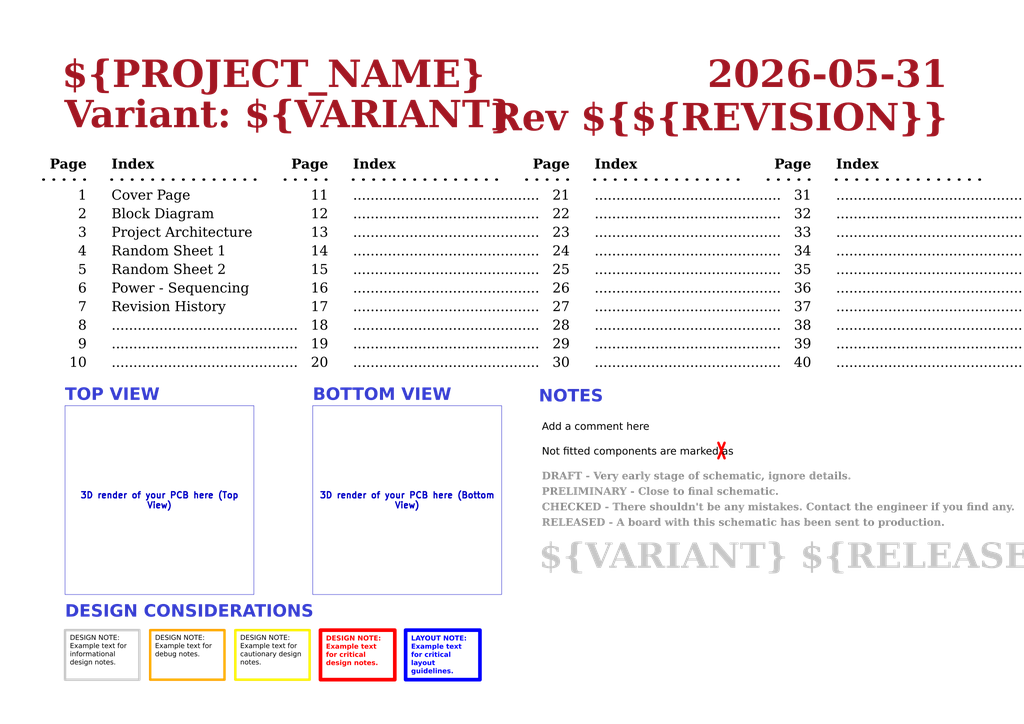
<source format=kicad_sch>
(kicad_sch
	(version 20250114)
	(generator "eeschema")
	(generator_version "9.0")
	(uuid "0650c7a8-acba-429c-9f8e-eec0baf0bc1c")
	(paper "A3")
	(title_block
		(title "Cover Page")
		(date "Last Modified Date")
		(rev "${REVISION}")
		(company "${COMPANY}")
	)
	(lib_symbols)
	(text "9"
		(exclude_from_sim no)
		(at 35.56 144.78 0)
		(effects
			(font
				(face "Times New Roman")
				(size 4 4)
				(color 0 0 0 1)
			)
			(justify right bottom)
			(href "#9")
		)
		(uuid "0171ecc8-df6f-418e-95ea-db73cf975716")
	)
	(text "BOTTOM VIEW"
		(exclude_from_sim no)
		(at 128.27 166.37 0)
		(effects
			(font
				(face "Arial")
				(size 5 5)
				(bold yes)
				(color 53 60 207 1)
			)
			(justify left bottom)
		)
		(uuid "041ff709-0f5e-466e-adab-d03afffd90b7")
	)
	(text "..........................................."
		(exclude_from_sim no)
		(at 243.84 99.06 0)
		(effects
			(font
				(face "Times New Roman")
				(size 4 4)
				(color 0 0 0 1)
			)
			(justify left bottom)
			(href "#23")
		)
		(uuid "0647f622-b644-4538-802a-42edf8cdccc5")
	)
	(text "13"
		(exclude_from_sim no)
		(at 134.62 99.06 0)
		(effects
			(font
				(face "Times New Roman")
				(size 4 4)
				(color 0 0 0 1)
			)
			(justify right bottom)
			(href "#13")
		)
		(uuid "09a9f005-609a-4854-9ba5-f5a5e7b8d7c7")
	)
	(text "RELEASED - A board with this schematic has been sent to production."
		(exclude_from_sim no)
		(at 222.25 217.17 0)
		(effects
			(font
				(face "Times New Roman")
				(size 3 3)
				(thickness 0.6)
				(bold yes)
				(color 140 140 140 1)
			)
			(justify left bottom)
		)
		(uuid "10cbc67f-d688-44d7-9e2b-bee41b99ad5c")
	)
	(text "Page"
		(exclude_from_sim no)
		(at 332.74 71.12 0)
		(effects
			(font
				(face "Times New Roman")
				(size 4 4)
				(bold yes)
				(color 0 0 0 1)
			)
			(justify right bottom)
		)
		(uuid "1b60c0cc-bf04-4615-8796-1ecc890b346a")
	)
	(text "TOP VIEW"
		(exclude_from_sim no)
		(at 26.67 166.37 0)
		(effects
			(font
				(face "Arial")
				(size 5 5)
				(bold yes)
				(color 53 60 207 1)
			)
			(justify left bottom)
		)
		(uuid "1c033b5c-f50d-4e0f-94c4-59e72fb244de")
	)
	(text "3"
		(exclude_from_sim no)
		(at 35.56 99.06 0)
		(effects
			(font
				(face "Times New Roman")
				(size 4 4)
				(color 0 0 0 1)
			)
			(justify right bottom)
			(href "#3")
		)
		(uuid "1dd16a1b-b3b8-42a1-b678-3a7b261e7284")
	)
	(text "38"
		(exclude_from_sim no)
		(at 332.74 137.16 0)
		(effects
			(font
				(face "Times New Roman")
				(size 4 4)
				(color 0 0 0 1)
			)
			(justify right bottom)
			(href "#38")
		)
		(uuid "2d20025d-61e4-451d-b51e-153fedc44d68")
	)
	(text "..........................................."
		(exclude_from_sim no)
		(at 45.72 152.4 0)
		(effects
			(font
				(face "Times New Roman")
				(size 4 4)
				(color 0 0 0 1)
			)
			(justify left bottom)
			(href "#10")
		)
		(uuid "2df49b6e-980f-4a01-ab23-c61ed27bd1b8")
	)
	(text "..........................................."
		(exclude_from_sim no)
		(at 45.72 144.78 0)
		(effects
			(font
				(face "Times New Roman")
				(size 4 4)
				(color 0 0 0 1)
			)
			(justify left bottom)
			(href "#9")
		)
		(uuid "319dfe95-cf7d-4b95-aa65-2f948d7bd6bc")
	)
	(text "..........................................."
		(exclude_from_sim no)
		(at 45.72 137.16 0)
		(effects
			(font
				(face "Times New Roman")
				(size 4 4)
				(color 0 0 0 1)
			)
			(justify left bottom)
			(href "#8")
		)
		(uuid "339f13bd-0896-43a1-925e-733e36e395bd")
	)
	(text "..........................................."
		(exclude_from_sim no)
		(at 144.78 121.92 0)
		(effects
			(font
				(face "Times New Roman")
				(size 4 4)
				(color 0 0 0 1)
			)
			(justify left bottom)
			(href "#16")
		)
		(uuid "34c28277-d6a5-4104-8740-b78485a8ff4c")
	)
	(text "1"
		(exclude_from_sim no)
		(at 35.56 83.82 0)
		(effects
			(font
				(face "Times New Roman")
				(size 4 4)
				(color 0 0 0 1)
			)
			(justify right bottom)
			(href "#1")
		)
		(uuid "3691ab49-6c05-4886-869a-12221f52fdee")
	)
	(text "Not fitted components are marked as"
		(exclude_from_sim no)
		(at 222.25 187.96 0)
		(effects
			(font
				(face "Arial")
				(size 3 3)
				(color 0 0 0 1)
			)
			(justify left bottom)
		)
		(uuid "3e121d9b-11e9-4895-9779-ade93d5b2a88")
	)
	(text "..........................................."
		(exclude_from_sim no)
		(at 243.84 152.4 0)
		(effects
			(font
				(face "Times New Roman")
				(size 4 4)
				(color 0 0 0 1)
			)
			(justify left bottom)
			(href "#30")
		)
		(uuid "41bb0f90-1135-4d50-9d44-9fb04444ecf6")
	)
	(text "Index"
		(exclude_from_sim no)
		(at 45.72 71.12 0)
		(effects
			(font
				(face "Times New Roman")
				(size 4 4)
				(bold yes)
				(color 0 0 0 1)
			)
			(justify left bottom)
		)
		(uuid "44841f0e-187c-41b9-a570-9f74973319c9")
	)
	(text "..........................................."
		(exclude_from_sim no)
		(at 144.78 99.06 0)
		(effects
			(font
				(face "Times New Roman")
				(size 4 4)
				(color 0 0 0 1)
			)
			(justify left bottom)
			(href "#13")
		)
		(uuid "461ef4aa-5f24-4935-a427-92bbc78a05f3")
	)
	(text "Variant: ${VARIANT} "
		(exclude_from_sim no)
		(at 26.416 57.15 0)
		(effects
			(font
				(face "Times New Roman")
				(size 11 11)
				(thickness 1)
				(bold yes)
				(color 162 22 34 1)
			)
			(justify left bottom)
		)
		(uuid "46a0c335-df60-4601-9d82-6b94b0f46e74")
	)
	(text "Index"
		(exclude_from_sim no)
		(at 144.78 71.12 0)
		(effects
			(font
				(face "Times New Roman")
				(size 4 4)
				(bold yes)
				(color 0 0 0 1)
			)
			(justify left bottom)
		)
		(uuid "4773b195-e777-483d-bd5a-5b18be14b485")
	)
	(text "27"
		(exclude_from_sim no)
		(at 233.68 129.54 0)
		(effects
			(font
				(face "Times New Roman")
				(size 4 4)
				(color 0 0 0 1)
			)
			(justify right bottom)
			(href "#27")
		)
		(uuid "47e5ef3a-a936-4417-8e04-a70df1a04676")
	)
	(text "15"
		(exclude_from_sim no)
		(at 134.62 114.3 0)
		(effects
			(font
				(face "Times New Roman")
				(size 4 4)
				(color 0 0 0 1)
			)
			(justify right bottom)
			(href "#15")
		)
		(uuid "48cae9b2-9935-4ee2-a962-685c04325434")
	)
	(text "6"
		(exclude_from_sim no)
		(at 35.56 121.92 0)
		(effects
			(font
				(face "Times New Roman")
				(size 4 4)
				(color 0 0 0 1)
			)
			(justify right bottom)
			(href "#6")
		)
		(uuid "4aa9b67c-c657-48d1-abb0-497faf20008a")
	)
	(text "PRELIMINARY - Close to final schematic."
		(exclude_from_sim no)
		(at 222.25 204.47 0)
		(effects
			(font
				(face "Times New Roman")
				(size 3 3)
				(thickness 0.6)
				(bold yes)
				(color 140 140 140 1)
			)
			(justify left bottom)
		)
		(uuid "4b75d6be-e2b4-4862-a5fd-f3239bff6734")
	)
	(text "24"
		(exclude_from_sim no)
		(at 233.68 106.68 0)
		(effects
			(font
				(face "Times New Roman")
				(size 4 4)
				(color 0 0 0 1)
			)
			(justify right bottom)
			(href "#24")
		)
		(uuid "4d10b8f7-ee9d-4539-987e-2871a213b2d6")
	)
	(text "${VARIANT} ${RELEASE_DATE}"
		(exclude_from_sim no)
		(at 220.98 237.49 0)
		(effects
			(font
				(face "Times New Roman")
				(size 10.16 10.16)
				(thickness 0.6)
				(bold yes)
				(color 200 200 200 1)
			)
			(justify left bottom)
		)
		(uuid "4f144e11-d681-45f3-b92d-dea6c28023e4")
	)
	(text "Page"
		(exclude_from_sim no)
		(at 35.56 71.12 0)
		(effects
			(font
				(face "Times New Roman")
				(size 4 4)
				(bold yes)
				(color 0 0 0 1)
			)
			(justify right bottom)
		)
		(uuid "5216de6a-28ab-4e49-a422-9fd32d8fed67")
	)
	(text "Random Sheet 1"
		(exclude_from_sim no)
		(at 45.72 106.68 0)
		(effects
			(font
				(face "Times New Roman")
				(size 4 4)
				(color 0 0 0 1)
			)
			(justify left bottom)
			(href "#4")
		)
		(uuid "547bb3ec-bec4-4b68-a38e-2ac56be29bd3")
	)
	(text "..........................................."
		(exclude_from_sim no)
		(at 243.84 129.54 0)
		(effects
			(font
				(face "Times New Roman")
				(size 4 4)
				(color 0 0 0 1)
			)
			(justify left bottom)
			(href "#27")
		)
		(uuid "598c6218-39d7-40a8-878a-842531c6a754")
	)
	(text "8"
		(exclude_from_sim no)
		(at 35.56 137.16 0)
		(effects
			(font
				(face "Times New Roman")
				(size 4 4)
				(color 0 0 0 1)
			)
			(justify right bottom)
			(href "#8")
		)
		(uuid "5dd35c87-2aeb-4c16-ab79-fbda71c4347a")
	)
	(text "14"
		(exclude_from_sim no)
		(at 134.62 106.68 0)
		(effects
			(font
				(face "Times New Roman")
				(size 4 4)
				(color 0 0 0 1)
			)
			(justify right bottom)
			(href "#14")
		)
		(uuid "5e529423-56be-4ad0-9794-38b960fa0634")
	)
	(text "..........................................."
		(exclude_from_sim no)
		(at 342.9 137.16 0)
		(effects
			(font
				(face "Times New Roman")
				(size 4 4)
				(color 0 0 0 1)
			)
			(justify left bottom)
			(href "#38")
		)
		(uuid "5ec61f31-3c66-4623-97e5-d26d3b9bb1be")
	)
	(text "..........................................."
		(exclude_from_sim no)
		(at 342.9 152.4 0)
		(effects
			(font
				(face "Times New Roman")
				(size 4 4)
				(color 0 0 0 1)
			)
			(justify left bottom)
			(href "#40")
		)
		(uuid "65f25bf1-cc7d-4807-9afa-0a0ac612f9b3")
	)
	(text "23"
		(exclude_from_sim no)
		(at 233.68 99.06 0)
		(effects
			(font
				(face "Times New Roman")
				(size 4 4)
				(color 0 0 0 1)
			)
			(justify right bottom)
			(href "#23")
		)
		(uuid "68aaa364-f788-45fb-b731-7b1eda7a6c6c")
	)
	(text "Index"
		(exclude_from_sim no)
		(at 243.84 71.12 0)
		(effects
			(font
				(face "Times New Roman")
				(size 4 4)
				(bold yes)
				(color 0 0 0 1)
			)
			(justify left bottom)
		)
		(uuid "6eee427d-5608-4f64-99d8-6d8e4391a6b0")
	)
	(text "..........................................."
		(exclude_from_sim no)
		(at 342.9 91.44 0)
		(effects
			(font
				(face "Times New Roman")
				(size 4 4)
				(color 0 0 0 1)
			)
			(justify left bottom)
			(href "#32")
		)
		(uuid "71058a62-023a-4e0a-b0c4-c0fb8bf95cc8")
	)
	(text "5"
		(exclude_from_sim no)
		(at 35.56 114.3 0)
		(effects
			(font
				(face "Times New Roman")
				(size 4 4)
				(color 0 0 0 1)
			)
			(justify right bottom)
			(href "#5")
		)
		(uuid "718e4830-a352-43f0-b9c5-1495032b5970")
	)
	(text "${CURRENT_DATE}"
		(exclude_from_sim no)
		(at 388.62 40.64 0)
		(effects
			(font
				(face "Times New Roman")
				(size 11 11)
				(thickness 1)
				(bold yes)
				(color 162 22 34 1)
			)
			(justify right bottom)
		)
		(uuid "752b8016-2b6c-433a-9e5a-755eac1f800d")
	)
	(text "26"
		(exclude_from_sim no)
		(at 233.68 121.92 0)
		(effects
			(font
				(face "Times New Roman")
				(size 4 4)
				(color 0 0 0 1)
			)
			(justify right bottom)
			(href "#26")
		)
		(uuid "78da4ba2-8c96-4e51-9a03-b14367dceea0")
	)
	(text "16"
		(exclude_from_sim no)
		(at 134.62 121.92 0)
		(effects
			(font
				(face "Times New Roman")
				(size 4 4)
				(color 0 0 0 1)
			)
			(justify right bottom)
			(href "#16")
		)
		(uuid "7a577aea-9c53-4431-8f38-6cd521e907d0")
	)
	(text "10"
		(exclude_from_sim no)
		(at 35.56 152.4 0)
		(effects
			(font
				(face "Times New Roman")
				(size 4 4)
				(color 0 0 0 1)
			)
			(justify right bottom)
			(href "#10")
		)
		(uuid "7caa34f0-df91-4ed4-bb8e-ff81315f8c93")
	)
	(text "35"
		(exclude_from_sim no)
		(at 332.74 114.3 0)
		(effects
			(font
				(face "Times New Roman")
				(size 4 4)
				(color 0 0 0 1)
			)
			(justify right bottom)
			(href "#35")
		)
		(uuid "7d4a16f6-fc91-424a-bffd-707dc25afa40")
	)
	(text "18"
		(exclude_from_sim no)
		(at 134.62 137.16 0)
		(effects
			(font
				(face "Times New Roman")
				(size 4 4)
				(color 0 0 0 1)
			)
			(justify right bottom)
			(href "#18")
		)
		(uuid "7d4de17d-b484-45d2-95af-1050fc297950")
	)
	(text "33"
		(exclude_from_sim no)
		(at 332.74 99.06 0)
		(effects
			(font
				(face "Times New Roman")
				(size 4 4)
				(color 0 0 0 1)
			)
			(justify right bottom)
			(href "#33")
		)
		(uuid "7fd97343-03c5-4f22-a59e-bc2d9fd9af23")
	)
	(text "4"
		(exclude_from_sim no)
		(at 35.56 106.68 0)
		(effects
			(font
				(face "Times New Roman")
				(size 4 4)
				(color 0 0 0 1)
			)
			(justify right bottom)
			(href "#4")
		)
		(uuid "8d802a1e-8c90-4592-9cec-00ce1173b8bd")
	)
	(text "11"
		(exclude_from_sim no)
		(at 134.62 83.82 0)
		(effects
			(font
				(face "Times New Roman")
				(size 4 4)
				(color 0 0 0 1)
			)
			(justify right bottom)
			(href "#11")
		)
		(uuid "8d827c06-285c-46bc-8024-d46f4098d9e5")
	)
	(text "Rev ${REVISION}"
		(exclude_from_sim no)
		(at 388.62 58.42 0)
		(effects
			(font
				(face "Times New Roman")
				(size 11 11)
				(thickness 1)
				(bold yes)
				(color 162 22 34 1)
			)
			(justify right bottom)
		)
		(uuid "9008c96f-82fa-4b3f-88a3-9ae35f59090b")
	)
	(text "..........................................."
		(exclude_from_sim no)
		(at 243.84 106.68 0)
		(effects
			(font
				(face "Times New Roman")
				(size 4 4)
				(color 0 0 0 1)
			)
			(justify left bottom)
			(href "#24")
		)
		(uuid "91ef4a1a-faaf-4d16-b090-6e6451092c3a")
	)
	(text "28"
		(exclude_from_sim no)
		(at 233.68 137.16 0)
		(effects
			(font
				(face "Times New Roman")
				(size 4 4)
				(color 0 0 0 1)
			)
			(justify right bottom)
			(href "#28")
		)
		(uuid "9310b062-10e2-49af-a22c-1c9854a7f3f0")
	)
	(text "..........................................."
		(exclude_from_sim no)
		(at 243.84 144.78 0)
		(effects
			(font
				(face "Times New Roman")
				(size 4 4)
				(color 0 0 0 1)
			)
			(justify left bottom)
			(href "#29")
		)
		(uuid "93713c73-3aba-4b0b-9f3c-b37ab3721f94")
	)
	(text "..........................................."
		(exclude_from_sim no)
		(at 243.84 91.44 0)
		(effects
			(font
				(face "Times New Roman")
				(size 4 4)
				(color 0 0 0 1)
			)
			(justify left bottom)
			(href "#22")
		)
		(uuid "93b242cb-0b6a-48cc-a920-659ba5a2d4b9")
	)
	(text "..........................................."
		(exclude_from_sim no)
		(at 342.9 144.78 0)
		(effects
			(font
				(face "Times New Roman")
				(size 4 4)
				(color 0 0 0 1)
			)
			(justify left bottom)
			(href "#39")
		)
		(uuid "9413d17b-fd74-4a56-8014-ec2904184d8a")
	)
	(text "Random Sheet 2"
		(exclude_from_sim no)
		(at 45.72 114.3 0)
		(effects
			(font
				(face "Times New Roman")
				(size 4 4)
				(color 0 0 0 1)
			)
			(justify left bottom)
			(href "#5")
		)
		(uuid "9413d28a-c2b4-4d73-ae2d-68b4717d1b67")
	)
	(text "Page"
		(exclude_from_sim no)
		(at 233.68 71.12 0)
		(effects
			(font
				(face "Times New Roman")
				(size 4 4)
				(bold yes)
				(color 0 0 0 1)
			)
			(justify right bottom)
		)
		(uuid "959ea2a5-595d-4c64-a44e-f0c1c6497852")
	)
	(text "..........................................."
		(exclude_from_sim no)
		(at 144.78 144.78 0)
		(effects
			(font
				(face "Times New Roman")
				(size 4 4)
				(color 0 0 0 1)
			)
			(justify left bottom)
			(href "#19")
		)
		(uuid "9d747571-2a3a-41dd-b7ab-0c07afaa5df1")
	)
	(text "..........................................."
		(exclude_from_sim no)
		(at 144.78 83.82 0)
		(effects
			(font
				(face "Times New Roman")
				(size 4 4)
				(color 0 0 0 1)
			)
			(justify left bottom)
			(href "#11")
		)
		(uuid "9e3e9ac8-468f-4f09-9650-682992859fd0")
	)
	(text "..........................................."
		(exclude_from_sim no)
		(at 144.78 129.54 0)
		(effects
			(font
				(face "Times New Roman")
				(size 4 4)
				(color 0 0 0 1)
			)
			(justify left bottom)
			(href "#17")
		)
		(uuid "a2bb1bed-8e4e-4038-8b4e-99f9457f4c30")
	)
	(text "31"
		(exclude_from_sim no)
		(at 332.74 83.82 0)
		(effects
			(font
				(face "Times New Roman")
				(size 4 4)
				(color 0 0 0 1)
			)
			(justify right bottom)
			(href "#31")
		)
		(uuid "a8eb70a2-f43e-480c-afdf-7e91507527a7")
	)
	(text "36"
		(exclude_from_sim no)
		(at 332.74 121.92 0)
		(effects
			(font
				(face "Times New Roman")
				(size 4 4)
				(color 0 0 0 1)
			)
			(justify right bottom)
			(href "#36")
		)
		(uuid "a95a57c3-0ec4-4b96-8edf-d46ee18a4a8e")
	)
	(text "..........................................."
		(exclude_from_sim no)
		(at 243.84 137.16 0)
		(effects
			(font
				(face "Times New Roman")
				(size 4 4)
				(color 0 0 0 1)
			)
			(justify left bottom)
			(href "#28")
		)
		(uuid "ad40278e-f3e6-4c25-8fa4-1f4e3918f822")
	)
	(text "22"
		(exclude_from_sim no)
		(at 233.68 91.44 0)
		(effects
			(font
				(face "Times New Roman")
				(size 4 4)
				(color 0 0 0 1)
			)
			(justify right bottom)
			(href "#22")
		)
		(uuid "ada746a9-1ac8-4ba5-b1f0-e040d6c0fa14")
	)
	(text "..........................................."
		(exclude_from_sim no)
		(at 144.78 114.3 0)
		(effects
			(font
				(face "Times New Roman")
				(size 4 4)
				(color 0 0 0 1)
			)
			(justify left bottom)
			(href "#15")
		)
		(uuid "ae6c0242-f9a8-4717-86dd-2d27e5dc9018")
	)
	(text "..........................................."
		(exclude_from_sim no)
		(at 342.9 83.82 0)
		(effects
			(font
				(face "Times New Roman")
				(size 4 4)
				(color 0 0 0 1)
			)
			(justify left bottom)
			(href "#31")
		)
		(uuid "b39085c9-1ebe-4dab-a6c1-54ab08707fbf")
	)
	(text "25"
		(exclude_from_sim no)
		(at 233.68 114.3 0)
		(effects
			(font
				(face "Times New Roman")
				(size 4 4)
				(color 0 0 0 1)
			)
			(justify right bottom)
			(href "#25")
		)
		(uuid "b3f10ccd-dd30-4e1a-9a39-191e590211cc")
	)
	(text "${PROJECT_NAME}"
		(exclude_from_sim no)
		(at 25.4 40.64 0)
		(effects
			(font
				(face "Times New Roman")
				(size 11 11)
				(thickness 1)
				(bold yes)
				(color 162 22 34 1)
			)
			(justify left bottom)
		)
		(uuid "b5491481-138f-4748-8f60-dc51e3284b98")
	)
	(text "..........................................."
		(exclude_from_sim no)
		(at 243.84 121.92 0)
		(effects
			(font
				(face "Times New Roman")
				(size 4 4)
				(color 0 0 0 1)
			)
			(justify left bottom)
			(href "#26")
		)
		(uuid "b55022f1-bde3-45d1-ab63-474a18aef763")
	)
	(text "..........................................."
		(exclude_from_sim no)
		(at 342.9 106.68 0)
		(effects
			(font
				(face "Times New Roman")
				(size 4 4)
				(color 0 0 0 1)
			)
			(justify left bottom)
			(href "#34")
		)
		(uuid "b5c8bc07-6a7e-4ec3-955b-9e6a13622c4e")
	)
	(text "37"
		(exclude_from_sim no)
		(at 332.74 129.54 0)
		(effects
			(font
				(face "Times New Roman")
				(size 4 4)
				(color 0 0 0 1)
			)
			(justify right bottom)
			(href "#37")
		)
		(uuid "baff535e-40df-4979-8ad1-9d6e8282e1a0")
	)
	(text "Page"
		(exclude_from_sim no)
		(at 134.62 71.12 0)
		(effects
			(font
				(face "Times New Roman")
				(size 4 4)
				(bold yes)
				(color 0 0 0 1)
			)
			(justify right bottom)
		)
		(uuid "beb5ee3d-ad62-4c0c-ab18-390f8e3c78c4")
	)
	(text "DRAFT - Very early stage of schematic, ignore details."
		(exclude_from_sim no)
		(at 222.25 198.12 0)
		(effects
			(font
				(face "Times New Roman")
				(size 3 3)
				(thickness 0.6)
				(bold yes)
				(color 140 140 140 1)
			)
			(justify left bottom)
		)
		(uuid "c1828499-d221-4dc2-9c7b-c9d850654d5e")
	)
	(text "..........................................."
		(exclude_from_sim no)
		(at 144.78 106.68 0)
		(effects
			(font
				(face "Times New Roman")
				(size 4 4)
				(color 0 0 0 1)
			)
			(justify left bottom)
			(href "#14")
		)
		(uuid "c492727f-a5a2-4efb-9f13-b55fb4c5125a")
	)
	(text "Index"
		(exclude_from_sim no)
		(at 342.9 71.12 0)
		(effects
			(font
				(face "Times New Roman")
				(size 4 4)
				(bold yes)
				(color 0 0 0 1)
			)
			(justify left bottom)
		)
		(uuid "c52bc9e5-2c42-41e6-ae08-fabef868928a")
	)
	(text "Power - Sequencing"
		(exclude_from_sim no)
		(at 45.72 121.92 0)
		(effects
			(font
				(face "Times New Roman")
				(size 4 4)
				(color 0 0 0 1)
			)
			(justify left bottom)
			(href "#6")
		)
		(uuid "c787ff5d-5d58-4a12-8967-dc99673505b9")
	)
	(text "..........................................."
		(exclude_from_sim no)
		(at 342.9 121.92 0)
		(effects
			(font
				(face "Times New Roman")
				(size 4 4)
				(color 0 0 0 1)
			)
			(justify left bottom)
			(href "#36")
		)
		(uuid "c8a13f8e-6347-4971-97e9-3bbacc8fb0b5")
	)
	(text "..........................................."
		(exclude_from_sim no)
		(at 342.9 114.3 0)
		(effects
			(font
				(face "Times New Roman")
				(size 4 4)
				(color 0 0 0 1)
			)
			(justify left bottom)
			(href "#35")
		)
		(uuid "c932f64b-e011-46ca-8efc-bb2f186e8b13")
	)
	(text "Block Diagram"
		(exclude_from_sim no)
		(at 45.72 91.44 0)
		(effects
			(font
				(face "Times New Roman")
				(size 4 4)
				(color 0 0 0 1)
			)
			(justify left bottom)
			(href "#2")
		)
		(uuid "caeb7f52-f34e-4432-b129-9207069a1ad5")
	)
	(text "19"
		(exclude_from_sim no)
		(at 134.62 144.78 0)
		(effects
			(font
				(face "Times New Roman")
				(size 4 4)
				(color 0 0 0 1)
			)
			(justify right bottom)
			(href "#19")
		)
		(uuid "cbf7eaea-8009-4ccd-9079-9d687b9a3603")
	)
	(text "30"
		(exclude_from_sim no)
		(at 233.68 152.4 0)
		(effects
			(font
				(face "Times New Roman")
				(size 4 4)
				(color 0 0 0 1)
			)
			(justify right bottom)
			(href "#30")
		)
		(uuid "cea38a57-40f7-465f-b054-ff626e3218d0")
	)
	(text "7"
		(exclude_from_sim no)
		(at 35.56 129.54 0)
		(effects
			(font
				(face "Times New Roman")
				(size 4 4)
				(color 0 0 0 1)
			)
			(justify right bottom)
			(href "#7")
		)
		(uuid "cf9779c0-4a62-4a6f-9127-07f6919e9e8d")
	)
	(text "..........................................."
		(exclude_from_sim no)
		(at 243.84 114.3 0)
		(effects
			(font
				(face "Times New Roman")
				(size 4 4)
				(color 0 0 0 1)
			)
			(justify left bottom)
			(href "#25")
		)
		(uuid "d06fb69a-43a5-466c-8174-3edde239a7c0")
	)
	(text "12"
		(exclude_from_sim no)
		(at 134.62 91.44 0)
		(effects
			(font
				(face "Times New Roman")
				(size 4 4)
				(color 0 0 0 1)
			)
			(justify right bottom)
			(href "#12")
		)
		(uuid "d450aa41-7115-44ab-9cc7-2fa118545b00")
	)
	(text "21"
		(exclude_from_sim no)
		(at 233.68 83.82 0)
		(effects
			(font
				(face "Times New Roman")
				(size 4 4)
				(color 0 0 0 1)
			)
			(justify right bottom)
			(href "#21")
		)
		(uuid "d7ac5948-93ba-4038-95c3-cb73c27df74a")
	)
	(text "Add a comment here"
		(exclude_from_sim no)
		(at 222.25 177.8 0)
		(effects
			(font
				(face "Arial")
				(size 3 3)
				(color 0 0 0 1)
			)
			(justify left bottom)
		)
		(uuid "d8d8425a-4141-4ddb-8e75-262db2d23ce8")
	)
	(text "2"
		(exclude_from_sim no)
		(at 35.56 91.44 0)
		(effects
			(font
				(face "Times New Roman")
				(size 4 4)
				(color 0 0 0 1)
			)
			(justify right bottom)
			(href "#2")
		)
		(uuid "dca5e168-6a76-4eb2-b335-e6c030ded824")
	)
	(text "39"
		(exclude_from_sim no)
		(at 332.74 144.78 0)
		(effects
			(font
				(face "Times New Roman")
				(size 4 4)
				(color 0 0 0 1)
			)
			(justify right bottom)
			(href "#39")
		)
		(uuid "e216870b-45fe-49b3-8e55-d9668eb9df44")
	)
	(text "..........................................."
		(exclude_from_sim no)
		(at 144.78 137.16 0)
		(effects
			(font
				(face "Times New Roman")
				(size 4 4)
				(color 0 0 0 1)
			)
			(justify left bottom)
			(href "#18")
		)
		(uuid "e518f3ad-92c7-4755-8883-22916bfc7d1f")
	)
	(text "..........................................."
		(exclude_from_sim no)
		(at 342.9 99.06 0)
		(effects
			(font
				(face "Times New Roman")
				(size 4 4)
				(color 0 0 0 1)
			)
			(justify left bottom)
			(href "#33")
		)
		(uuid "e5564811-ffd2-4bd9-9644-ff1dc80ebf87")
	)
	(text "..........................................."
		(exclude_from_sim no)
		(at 144.78 152.4 0)
		(effects
			(font
				(face "Times New Roman")
				(size 4 4)
				(color 0 0 0 1)
			)
			(justify left bottom)
			(href "#20")
		)
		(uuid "e58de9a8-7551-4002-91cc-eb758bb6876c")
	)
	(text "34"
		(exclude_from_sim no)
		(at 332.74 106.68 0)
		(effects
			(font
				(face "Times New Roman")
				(size 4 4)
				(color 0 0 0 1)
			)
			(justify right bottom)
			(href "#34")
		)
		(uuid "e60ef77b-a7db-4a46-901f-5793e4acc58b")
	)
	(text "29"
		(exclude_from_sim no)
		(at 233.68 144.78 0)
		(effects
			(font
				(face "Times New Roman")
				(size 4 4)
				(color 0 0 0 1)
			)
			(justify right bottom)
			(href "#29")
		)
		(uuid "e83f0c3e-ac1d-4432-a8de-ba5a2be8aa4a")
	)
	(text "Cover Page"
		(exclude_from_sim no)
		(at 45.72 83.82 0)
		(effects
			(font
				(face "Times New Roman")
				(size 4 4)
				(color 0 0 0 1)
			)
			(justify left bottom)
			(href "#1")
		)
		(uuid "e9964413-67ff-4f53-b58c-608277db6779")
	)
	(text "NOTES"
		(exclude_from_sim no)
		(at 220.98 167.005 0)
		(effects
			(font
				(face "Arial")
				(size 5 5)
				(bold yes)
				(color 53 60 207 1)
			)
			(justify left bottom)
		)
		(uuid "ecd14d51-7267-460d-9460-6bae137b0c37")
	)
	(text "..........................................."
		(exclude_from_sim no)
		(at 144.78 91.44 0)
		(effects
			(font
				(face "Times New Roman")
				(size 4 4)
				(color 0 0 0 1)
			)
			(justify left bottom)
			(href "#12")
		)
		(uuid "ecd5e3bc-c1c8-4595-a242-64b07df33fd4")
	)
	(text "Project Architecture"
		(exclude_from_sim no)
		(at 45.72 99.06 0)
		(effects
			(font
				(face "Times New Roman")
				(size 4 4)
				(color 0 0 0 1)
			)
			(justify left bottom)
			(href "#3")
		)
		(uuid "ed9f4e44-7881-47b3-83af-17eb3de0e161")
	)
	(text "CHECKED - There shouldn't be any mistakes. Contact the engineer if you find any."
		(exclude_from_sim no)
		(at 222.25 210.82 0)
		(effects
			(font
				(face "Times New Roman")
				(size 3 3)
				(thickness 0.6)
				(bold yes)
				(color 140 140 140 1)
			)
			(justify left bottom)
		)
		(uuid "ee4bfbd2-ceac-40c9-847b-b15b18b07c08")
	)
	(text "..........................................."
		(exclude_from_sim no)
		(at 243.84 83.82 0)
		(effects
			(font
				(face "Times New Roman")
				(size 4 4)
				(color 0 0 0 1)
			)
			(justify left bottom)
			(href "#21")
		)
		(uuid "f14c049f-0636-49aa-a70f-0262bf1a57bc")
	)
	(text "20"
		(exclude_from_sim no)
		(at 134.62 152.4 0)
		(effects
			(font
				(face "Times New Roman")
				(size 4 4)
				(color 0 0 0 1)
			)
			(justify right bottom)
			(href "#20")
		)
		(uuid "f17fa600-4ea0-4482-a965-d781b27fd052")
	)
	(text "32"
		(exclude_from_sim no)
		(at 332.74 91.44 0)
		(effects
			(font
				(face "Times New Roman")
				(size 4 4)
				(color 0 0 0 1)
			)
			(justify right bottom)
			(href "#32")
		)
		(uuid "f7f416e4-86a9-4d8f-ac0d-80443c165632")
	)
	(text "..........................................."
		(exclude_from_sim no)
		(at 342.9 129.54 0)
		(effects
			(font
				(face "Times New Roman")
				(size 4 4)
				(color 0 0 0 1)
			)
			(justify left bottom)
			(href "#37")
		)
		(uuid "f8fd86d8-ca92-4fd2-9536-487e6832d844")
	)
	(text "DESIGN CONSIDERATIONS"
		(exclude_from_sim no)
		(at 26.67 255.27 0)
		(effects
			(font
				(face "Arial")
				(size 5 5)
				(bold yes)
				(color 53 60 207 1)
			)
			(justify left bottom)
		)
		(uuid "fb09f930-25b6-4039-89ae-42d9d443b49d")
	)
	(text "40"
		(exclude_from_sim no)
		(at 332.74 152.4 0)
		(effects
			(font
				(face "Times New Roman")
				(size 4 4)
				(color 0 0 0 1)
			)
			(justify right bottom)
			(href "#40")
		)
		(uuid "fe1f4464-8466-41a3-95c1-bacdc38614fb")
	)
	(text "Revision History"
		(exclude_from_sim no)
		(at 45.72 129.54 0)
		(effects
			(font
				(face "Times New Roman")
				(size 4 4)
				(color 0 0 0 1)
			)
			(justify left bottom)
			(href "#7")
		)
		(uuid "ff95cd70-408a-4656-b808-dabd546affbd")
	)
	(text "17"
		(exclude_from_sim no)
		(at 134.62 129.54 0)
		(effects
			(font
				(face "Times New Roman")
				(size 4 4)
				(color 0 0 0 1)
			)
			(justify right bottom)
			(href "#17")
		)
		(uuid "ffcd9e5c-5c93-423a-9ccc-e0af67821852")
	)
	(text_box "3D render of your PCB here (Bottom View)"
		(exclude_from_sim no)
		(at 128.27 166.37 0)
		(size 77.47 77.47)
		(margins 1.905 1.905 1.905 1.905)
		(stroke
			(width 0)
			(type default)
		)
		(fill
			(type none)
		)
		(effects
			(font
				(size 2.54 2.54)
				(thickness 0.508)
				(bold yes)
			)
		)
		(uuid "0c38d11f-bb11-46db-a91c-ebc0b30e95f5")
	)
	(text_box "3D render of your PCB here (Top View)"
		(exclude_from_sim no)
		(at 26.67 166.37 0)
		(size 77.47 77.47)
		(margins 1.905 1.905 1.905 1.905)
		(stroke
			(width 0)
			(type default)
		)
		(fill
			(type none)
		)
		(effects
			(font
				(size 2.54 2.54)
				(thickness 0.508)
				(bold yes)
			)
		)
		(uuid "2d015f2a-bc39-4866-bbd9-40b03d497a26")
	)
	(text_box "Metadata can be set in File → Schematic Setup → Project → Text Variables"
		(exclude_from_sim no)
		(at 8.89 300.99 0)
		(size 119.38 6.35)
		(margins 1.9049 1.9049 1.9049 1.9049)
		(stroke
			(width -0.0001)
			(type default)
		)
		(fill
			(type none)
		)
		(effects
			(font
				(size 2.54 2.54)
				(thickness 0.381)
				(bold yes)
				(color 0 0 0 1)
			)
			(justify right top)
		)
		(uuid "4d4fc8f9-28d9-4b33-b78d-b00f0a2b33ca")
	)
	(text_box "DESIGN NOTE:\nExample text for informational design notes."
		(exclude_from_sim no)
		(at 26.67 258.445 0)
		(size 30.48 20.32)
		(margins 2 2 2 2)
		(stroke
			(width 1)
			(type solid)
			(color 200 200 200 1)
		)
		(fill
			(type none)
		)
		(effects
			(font
				(face "Arial")
				(size 2 2)
				(color 0 0 0 1)
			)
			(justify left top)
		)
		(uuid "60b6a08c-a542-468e-b79f-aa4a2aa0e9e7")
	)
	(text_box "LAYOUT NOTE:\nExample text for critical layout guidelines."
		(exclude_from_sim no)
		(at 166.37 258.445 0)
		(size 30.48 20.32)
		(margins 2.25 2.25 2.25 2.25)
		(stroke
			(width 1.5)
			(type solid)
			(color 0 0 255 1)
		)
		(fill
			(type none)
		)
		(effects
			(font
				(face "Arial")
				(size 2 2)
				(thickness 0.4)
				(bold yes)
				(color 0 0 255 1)
			)
			(justify left top)
		)
		(uuid "b2648603-9b19-4c01-9621-49d92c5b8a6e")
	)
	(text_box "DESIGN NOTE:\nExample text for cautionary design notes."
		(exclude_from_sim no)
		(at 96.52 258.445 0)
		(size 30.48 20.32)
		(margins 2 2 2 2)
		(stroke
			(width 1)
			(type solid)
			(color 250 236 0 1)
		)
		(fill
			(type none)
		)
		(effects
			(font
				(face "Arial")
				(size 2 2)
				(color 0 0 0 1)
			)
			(justify left top)
		)
		(uuid "c7ec7f64-f5b0-4d3e-9743-7d40c3e23ecf")
	)
	(text_box "DESIGN NOTE:\nExample text for debug notes."
		(exclude_from_sim no)
		(at 61.595 258.445 0)
		(size 30.48 20.32)
		(margins 2 2 2 2)
		(stroke
			(width 1)
			(type solid)
			(color 255 165 0 1)
		)
		(fill
			(type none)
		)
		(effects
			(font
				(face "Arial")
				(size 2 2)
				(color 0 0 0 1)
			)
			(justify left top)
		)
		(uuid "c8bf2561-6ede-45f0-9b2e-12af2dfee13b")
	)
	(text_box "DESIGN NOTE:\nExample text for critical design notes."
		(exclude_from_sim no)
		(at 131.445 258.445 0)
		(size 30.48 20.32)
		(margins 2.25 2.25 2.25 2.25)
		(stroke
			(width 1.5)
			(type solid)
			(color 255 0 0 1)
		)
		(fill
			(type none)
		)
		(effects
			(font
				(face "Arial")
				(size 2 2)
				(thickness 0.4)
				(bold yes)
				(color 255 0 0 1)
			)
			(justify left top)
		)
		(uuid "d03e1008-e371-461f-a9f2-320d8a2b7341")
	)
	(polyline
		(pts
			(xy 215.9 73.66) (xy 233.68 73.66)
		)
		(stroke
			(width 1)
			(type dot)
			(color 0 0 0 1)
		)
		(uuid "024689d9-b8ca-41ae-b55d-6ff207f6e101")
	)
	(polyline
		(pts
			(xy 297.18 181.61) (xy 294.64 187.96)
		)
		(stroke
			(width 1)
			(type default)
			(color 255 0 0 1)
		)
		(uuid "4ae2cac4-7676-4a8d-91c4-c6c6f4585019")
	)
	(polyline
		(pts
			(xy 45.72 73.66) (xy 106.68 73.66)
		)
		(stroke
			(width 1)
			(type dot)
			(color 0 0 0 1)
		)
		(uuid "594379bc-c052-4d2e-996b-8b5c1a0857fd")
	)
	(polyline
		(pts
			(xy 342.9 73.66) (xy 403.86 73.66)
		)
		(stroke
			(width 1)
			(type dot)
			(color 0 0 0 1)
		)
		(uuid "8ca04e4f-914f-46ae-b7bb-c241f34f0be3")
	)
	(polyline
		(pts
			(xy 243.84 73.66) (xy 304.8 73.66)
		)
		(stroke
			(width 1)
			(type dot)
			(color 0 0 0 1)
		)
		(uuid "90aedf20-3619-4eea-9142-e5201cfa9329")
	)
	(polyline
		(pts
			(xy 116.84 73.66) (xy 134.62 73.66)
		)
		(stroke
			(width 1)
			(type dot)
			(color 0 0 0 1)
		)
		(uuid "aa27a991-1dd0-4ddb-a292-69ddc074d2fe")
	)
	(polyline
		(pts
			(xy 17.78 73.66) (xy 35.56 73.66)
		)
		(stroke
			(width 1)
			(type dot)
			(color 0 0 0 1)
		)
		(uuid "aefa0f5d-e237-48a6-8d0d-7925958d23a4")
	)
	(polyline
		(pts
			(xy 294.64 181.61) (xy 297.18 187.96)
		)
		(stroke
			(width 1)
			(type default)
			(color 255 0 0 1)
		)
		(uuid "b16ef1e7-4b58-4125-810d-81e7071984f8")
	)
	(polyline
		(pts
			(xy 144.78 73.66) (xy 205.74 73.66)
		)
		(stroke
			(width 1)
			(type dot)
			(color 0 0 0 1)
		)
		(uuid "d03f8f3f-5543-483d-a054-040e77e06c0e")
	)
	(polyline
		(pts
			(xy 314.96 73.66) (xy 332.74 73.66)
		)
		(stroke
			(width 1)
			(type dot)
			(color 0 0 0 1)
		)
		(uuid "f1ab5a98-3d21-4c83-b2d8-cfe1793d64cb")
	)
	(sheet
		(at 340.36 313.69)
		(size 35.56 5.08)
		(exclude_from_sim no)
		(in_bom yes)
		(on_board yes)
		(dnp no)
		(stroke
			(width 0.1524)
			(type solid)
		)
		(fill
			(color 0 0 0 0.0000)
		)
		(uuid "13eb0b07-00a1-4d61-8da3-582545eb29a8")
		(property "Sheetname" "Power - Sequencing"
			(at 340.36 312.6609 0)
			(effects
				(font
					(face "Times New Roman")
					(size 1.905 1.905)
					(bold yes)
					(color 0 0 0 1)
				)
				(justify left bottom)
			)
		)
		(property "Sheetfile" "Power - Sequencing.kicad_sch"
			(at 341.63 314.96 0)
			(effects
				(font
					(face "Arial")
					(size 1.27 1.27)
				)
				(justify left top)
			)
		)
		(instances
			(project "LsrCNC"
				(path "/0650c7a8-acba-429c-9f8e-eec0baf0bc1c"
					(page "6")
				)
			)
		)
	)
	(sheet
		(at 299.72 302.26)
		(size 35.56 5.08)
		(exclude_from_sim no)
		(in_bom yes)
		(on_board yes)
		(dnp no)
		(stroke
			(width 0.1524)
			(type solid)
		)
		(fill
			(color 0 0 0 0.0000)
		)
		(uuid "de68a101-7eef-4ba8-abb4-14d03adb087f")
		(property "Sheetname" "Block Diagram"
			(at 299.72 301.2309 0)
			(effects
				(font
					(face "Times New Roman")
					(size 1.905 1.905)
					(bold yes)
					(color 0 0 0 1)
				)
				(justify left bottom)
			)
		)
		(property "Sheetfile" "Block Diagram.kicad_sch"
			(at 300.99 303.53 0)
			(effects
				(font
					(face "Arial")
					(size 1.27 1.27)
				)
				(justify left top)
			)
		)
		(instances
			(project "LsrCNC"
				(path "/0650c7a8-acba-429c-9f8e-eec0baf0bc1c"
					(page "2")
				)
			)
		)
	)
	(sheet
		(at 340.36 302.26)
		(size 35.56 5.08)
		(exclude_from_sim no)
		(in_bom yes)
		(on_board yes)
		(dnp no)
		(stroke
			(width 0)
			(type solid)
		)
		(fill
			(color 0 0 0 0.0000)
		)
		(uuid "e7c91631-be85-488a-af7a-f2a810f3fbfe")
		(property "Sheetname" "Revision History"
			(at 340.36 300.99 0)
			(effects
				(font
					(face "Times New Roman")
					(size 1.905 1.905)
					(bold yes)
					(color 0 0 0 1)
				)
				(justify left bottom)
			)
		)
		(property "Sheetfile" "Revision History.kicad_sch"
			(at 340.995 303.53 0)
			(effects
				(font
					(face "Arial")
					(size 1.27 1.27)
				)
				(justify left top)
			)
		)
		(instances
			(project "LsrCNC"
				(path "/0650c7a8-acba-429c-9f8e-eec0baf0bc1c"
					(page "7")
				)
			)
		)
	)
	(sheet
		(at 299.72 313.69)
		(size 35.56 5.08)
		(exclude_from_sim no)
		(in_bom yes)
		(on_board yes)
		(dnp no)
		(stroke
			(width 0.1524)
			(type solid)
		)
		(fill
			(color 0 0 0 0.0000)
		)
		(uuid "fede4c36-00cc-4d3d-b71c-5243ba232202")
		(property "Sheetname" "Project Architecture"
			(at 299.72 312.6609 0)
			(effects
				(font
					(face "Times New Roman")
					(size 1.905 1.905)
					(bold yes)
					(color 0 0 0 1)
				)
				(justify left bottom)
			)
		)
		(property "Sheetfile" "Project Architecture.kicad_sch"
			(at 300.99 314.96 0)
			(effects
				(font
					(face "Arial")
					(size 1.27 1.27)
				)
				(justify left top)
			)
		)
		(instances
			(project "LsrCNC"
				(path "/0650c7a8-acba-429c-9f8e-eec0baf0bc1c"
					(page "3")
				)
			)
		)
	)
	(sheet_instances
		(path "/"
			(page "1")
		)
	)
	(embedded_fonts no)
)

</source>
